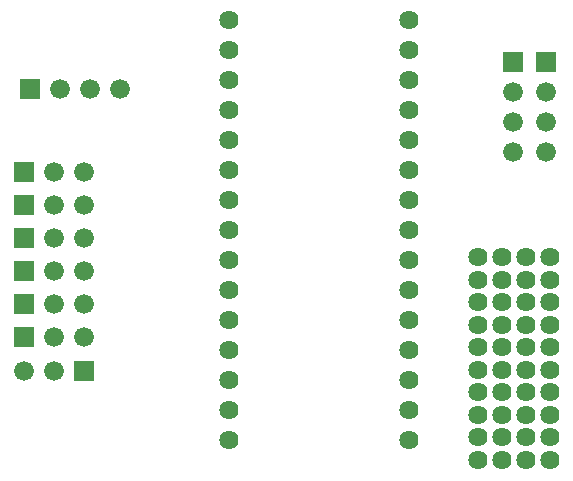
<source format=gbs>
G04 Layer: BottomSolderMaskLayer*
G04 EasyEDA v6.5.51, 2025-09-08 19:21:40*
G04 d3bb8f252c9f4849ab45821a22fd5e0f,1706e92ce9fe400092762f31ba6d8469,10*
G04 Gerber Generator version 0.2*
G04 Scale: 100 percent, Rotated: No, Reflected: No *
G04 Dimensions in millimeters *
G04 leading zeros omitted , absolute positions ,4 integer and 5 decimal *
%FSLAX45Y45*%
%MOMM*%

%AMMACRO1*4,1,8,-0.8085,-0.8382,-0.8382,-0.8082,-0.8382,0.8085,-0.8085,0.8382,0.8082,0.8382,0.8382,0.8085,0.8382,-0.8082,0.8082,-0.8382,-0.8085,-0.8382,0*%
%ADD10MACRO1*%
%ADD11C,1.6764*%
%ADD12C,1.6256*%
%ADD13C,0.0121*%

%LPD*%
D10*
G01*
X6159500Y8001000D03*
D11*
G01*
X6159500Y7747000D03*
G01*
X6159500Y7493000D03*
G01*
X6159500Y7239000D03*
D10*
G01*
X5880100Y8001000D03*
D11*
G01*
X5880100Y7747000D03*
G01*
X5880100Y7493000D03*
G01*
X5880100Y7239000D03*
D10*
G01*
X1790700Y7772400D03*
D11*
G01*
X2044700Y7772400D03*
G01*
X2298700Y7772400D03*
G01*
X2552700Y7772400D03*
G01*
X1739900Y5384800D03*
G01*
X1993900Y5384800D03*
D10*
G01*
X2247900Y5384800D03*
D11*
G01*
X2247900Y7073900D03*
G01*
X1993900Y7073900D03*
D10*
G01*
X1739900Y7073900D03*
D11*
G01*
X2247900Y6794500D03*
G01*
X1993900Y6794500D03*
D10*
G01*
X1739900Y6794500D03*
D11*
G01*
X2247900Y6515100D03*
G01*
X1993900Y6515100D03*
D10*
G01*
X1739900Y6515100D03*
D11*
G01*
X2247900Y6235700D03*
G01*
X1993900Y6235700D03*
D10*
G01*
X1739900Y6235700D03*
D11*
G01*
X2247900Y5956300D03*
G01*
X1993900Y5956300D03*
D10*
G01*
X1739900Y5956300D03*
D11*
G01*
X2247900Y5676900D03*
G01*
X1993900Y5676900D03*
D10*
G01*
X1739900Y5676900D03*
D12*
G01*
X3479800Y8356600D03*
G01*
X3479800Y8102600D03*
G01*
X3479800Y7848600D03*
G01*
X3479800Y7594600D03*
G01*
X3479800Y7340600D03*
G01*
X3479800Y7086600D03*
G01*
X3479800Y6832600D03*
G01*
X3479800Y6578600D03*
G01*
X3479800Y6324600D03*
G01*
X3479800Y6070600D03*
G01*
X3479800Y5816600D03*
G01*
X3479800Y5562600D03*
G01*
X3479800Y5308600D03*
G01*
X3479800Y5054600D03*
G01*
X3479800Y4800600D03*
G01*
X5003800Y4800600D03*
G01*
X5003800Y5054600D03*
G01*
X5003800Y5308600D03*
G01*
X5003800Y5562600D03*
G01*
X5003800Y5816600D03*
G01*
X5003800Y6070600D03*
G01*
X5003800Y6324600D03*
G01*
X5003800Y6578600D03*
G01*
X5003800Y6832600D03*
G01*
X5003800Y7086600D03*
G01*
X5003800Y7340600D03*
G01*
X5003800Y7594600D03*
G01*
X5003800Y7848600D03*
G01*
X5003800Y8102600D03*
G01*
X5003800Y8356600D03*
G01*
X5588000Y6350000D03*
G01*
X5791200Y6350000D03*
G01*
X5791200Y6159500D03*
G01*
X5588000Y6159500D03*
G01*
X5994400Y6159500D03*
G01*
X6197600Y6159500D03*
G01*
X6197600Y6350000D03*
G01*
X5994400Y6350000D03*
G01*
X5994400Y5969000D03*
G01*
X6197600Y5969000D03*
G01*
X6197600Y5778500D03*
G01*
X5994400Y5778500D03*
G01*
X5588000Y5778500D03*
G01*
X5791200Y5778500D03*
G01*
X5791200Y5969000D03*
G01*
X5588000Y5969000D03*
G01*
X5588000Y5207000D03*
G01*
X5791200Y5207000D03*
G01*
X5791200Y5016500D03*
G01*
X5588000Y5016500D03*
G01*
X5994400Y5016500D03*
G01*
X6197600Y5016500D03*
G01*
X6197600Y5207000D03*
G01*
X5994400Y5207000D03*
G01*
X5994400Y5588000D03*
G01*
X6197600Y5588000D03*
G01*
X6197600Y5397500D03*
G01*
X5994400Y5397500D03*
G01*
X5588000Y5397500D03*
G01*
X5791200Y5397500D03*
G01*
X5791200Y5588000D03*
G01*
X5588000Y5588000D03*
G01*
X5994400Y4826000D03*
G01*
X6197600Y4826000D03*
G01*
X6197600Y4635500D03*
G01*
X5994400Y4635500D03*
G01*
X5588000Y4635500D03*
G01*
X5791200Y4635500D03*
G01*
X5791200Y4826000D03*
G01*
X5588000Y4826000D03*
M02*

</source>
